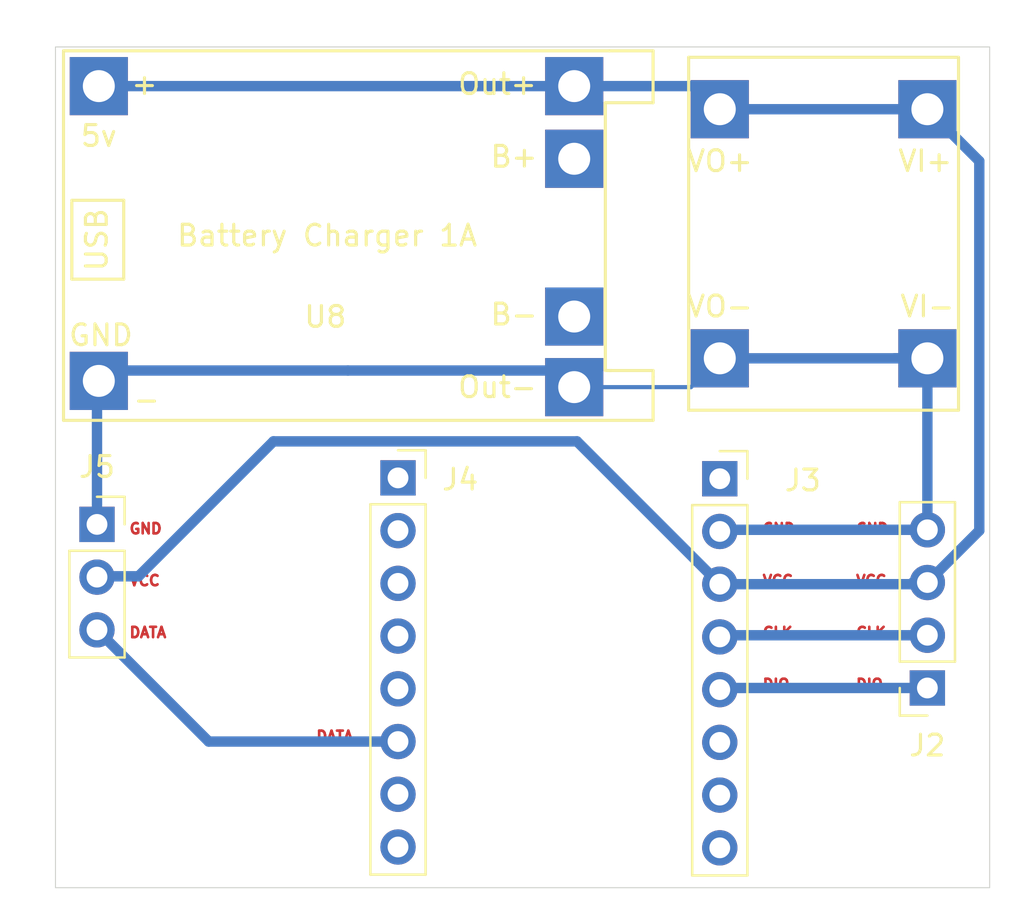
<source format=kicad_pcb>
(kicad_pcb (version 20241229) (generator "pcbnew") (generator_version "9.0")
  (layers (0 "F.Cu" signal) (2 "B.Cu" signal) (13 "F.Paste" user) (15 "B.Paste" user) (5 "F.SilkS" user "F.Silkscreen") (7 "B.SilkS" user "B.Silkscreen") (1 "F.Mask" user) (3 "B.Mask" user) (25 "Edge.Cuts" user))
  (net 0 "")
  (net 1 "+3.3V")
  (net 2 "GND")
  (net 3 "Net-(J4-Pin_6)")
  (net 4 "Net-(J2-Pin_2)")
  (net 5 "Net-(J2-Pin_1)")
  (net 6 "Net-(J4-Pin_3)")
  (net 7 "Net-(J4-Pin_2)")
  (net 8 "Net-(J4-Pin_5)")
  (net 9 "Net-(J4-Pin_8)")
  (net 10 "Net-(J4-Pin_7)")
  (net 11 "Net-(J4-Pin_1)")
  (net 12 "Net-(J3-Pin_1)")
  (net 13 "Net-(J3-Pin_6)")
  (net 14 "Net-(J4-Pin_4)")
  (net 15 "Net-(J3-Pin_7)")
  (net 16 "Net-(J3-Pin_8)")
  (net 17 "Net-(BT1-+)")
  (net 18 "Net-(BT1--)")
  (footprint "Connector_PinSocket_2.54mm:PinSocket_1x03_P2.54mm_Vertical" (layer "F.Cu") (at 167.5 68)
    (property "Reference" "J5" (at 0 -2.77 0) (layer "F.SilkS"))
    (property "Value" "Conn_01x03")
    (fp_line (start -1.33 1.27) (end -1.33 6.41) (stroke (width 0.12)) (layer "F.SilkS"))
    (fp_line (start -1.33 1.27) (end 1.33 1.27) (stroke (width 0.12)) (layer "F.SilkS"))
    (fp_line (start -1.33 6.41) (end 1.33 6.41) (stroke (width 0.12)) (layer "F.SilkS"))
    (fp_line (start 0 -1.33) (end 1.33 -1.33) (stroke (width 0.12)) (layer "F.SilkS"))
    (fp_line (start 1.33 -1.33) (end 1.33 0) (stroke (width 0.12)) (layer "F.SilkS"))
    (fp_line (start 1.33 1.27) (end 1.33 6.41) (stroke (width 0.12)) (layer "F.SilkS"))
    (pad "1" thru_hole rect (at 0 0) (size 1.7 1.7) (drill 1) (layers "*.Cu" "*.Mask") (net 2 "GND"))
    (pad "2" thru_hole circle (at 0 2.54) (size 1.7 1.7) (drill 1) (layers "*.Cu" "*.Mask") (net 1 "+3.3V"))
    (pad "3" thru_hole circle (at 0 5.08) (size 1.7 1.7) (drill 1) (layers "*.Cu" "*.Mask") (net 3 "Net-(J4-Pin_6)"))
  )
  (footprint "Voltage_Regulator_3.3V:Voltage_Regulator_3.3V" (layer "F.Cu") (at 209 62.5 180)
    (property "Reference" "U9" (hide yes))
    (property "Value" "~" (hide yes))
    (fp_line (start 13 17) (end 0 17) (stroke (width 0.15)) (layer "F.SilkS"))
    (fp_line (start 13 0) (end 13 17) (stroke (width 0.15)) (layer "F.SilkS"))
    (fp_line (start 0 17) (end 0 0) (stroke (width 0.15)) (layer "F.SilkS"))
    (fp_line (start 0 0) (end 13 0) (stroke (width 0.15)) (layer "F.SilkS"))
    (fp_text user "VI-" (at 1.5 5 0) (layer "F.SilkS"))
    (fp_text user "VO-" (at 11.5 5 0) (layer "F.SilkS"))
    (fp_text user "VI+" (at 1.6 12 0) (layer "F.SilkS"))
    (fp_text user "VO+" (at 11.5 12 0) (layer "F.SilkS"))
    (pad "1" thru_hole rect (at 1.5 2.5 180) (size 2.8 2.8) (drill 1.54) (layers "*.Cu" "*.Mask") (net 2 "GND"))
    (pad "2" thru_hole rect (at 1.5 14.5 180) (size 2.8 2.8) (drill 1.54) (layers "*.Cu" "*.Mask") (net 1 "+3.3V"))
    (pad "3" thru_hole rect (at 11.5 2.5 180) (size 2.8 2.8) (drill 1.54) (layers "*.Cu" "*.Mask") (net 2 "GND"))
    (pad "4" thru_hole rect (at 11.5 14.5 180) (size 2.8 2.8) (drill 1.54) (layers "*.Cu" "*.Mask") (net 1 "+3.3V"))
  )
  (footprint "TP4056-18650-master:TP4056-18650" (layer "F.Cu") (at 165.8875 45.1875)
    (property "Reference" "U8" (at 12.6125 12.8125 0) (layer "F.SilkS"))
    (property "Value" "~")
    (fp_line (start 0 0) (end 26.3 0) (stroke (width 0.15)) (layer "F.SilkS"))
    (fp_line (start 0 17.8) (end 0 0) (stroke (width 0.15)) (layer "F.SilkS"))
    (fp_line (start 0.4 7.2) (end 2.9 7.2) (stroke (width 0.15)) (layer "F.SilkS"))
    (fp_line (start 0.4 11) (end 0.4 7.3) (stroke (width 0.15)) (layer "F.SilkS"))
    (fp_line (start 2.9 7.2) (end 2.9 11) (stroke (width 0.15)) (layer "F.SilkS"))
    (fp_line (start 2.9 11) (end 0.4 11) (stroke (width 0.15)) (layer "F.SilkS"))
    (fp_line (start 26.1 2.5) (end 26.1 15.4) (stroke (width 0.15)) (layer "F.SilkS"))
    (fp_line (start 26.1 15.4) (end 26.4 15.4) (stroke (width 0.15)) (layer "F.SilkS"))
    (fp_line (start 26.3 0) (end 28.4 0) (stroke (width 0.15)) (layer "F.SilkS"))
    (fp_line (start 26.3 15.4) (end 28.4 15.4) (stroke (width 0.15)) (layer "F.SilkS"))
    (fp_line (start 28.4 0) (end 28.4 2.5) (stroke (width 0.15)) (layer "F.SilkS"))
    (fp_line (start 28.4 2.5) (end 26.1 2.5) (stroke (width 0.15)) (layer "F.SilkS"))
    (fp_line (start 28.4 15.4) (end 28.4 15.7) (stroke (width 0.15)) (layer "F.SilkS"))
    (fp_line (start 28.4 15.7) (end 28.4 17.8) (stroke (width 0.15)) (layer "F.SilkS"))
    (fp_line (start 28.4 17.8) (end 0 17.8) (stroke (width 0.15)) (layer "F.SilkS"))
    (fp_text user "Out-" (at 20.9 16.2 0) (layer "F.SilkS"))
    (fp_text user "5v" (at 1.7 4.1 0) (layer "F.SilkS"))
    (fp_text user "Out+" (at 20.9 1.6 0) (layer "F.SilkS"))
    (fp_text user "USB" (at 1.6 9.1 90) (layer "F.SilkS"))
    (fp_text user "+" (at 3.9 1.6 0) (layer "F.SilkS"))
    (fp_text user "Battery Charger 1A" (at 12.7 8.9 0) (layer "F.SilkS"))
    (fp_text user "GND" (at 1.8 13.7 0) (layer "F.SilkS"))
    (fp_text user "-" (at 4 16.8 0) (layer "F.SilkS"))
    (fp_text user "B+" (at 21.7 5.1 0) (layer "F.SilkS"))
    (fp_text user "B-" (at 21.7 12.7 0) (layer "F.SilkS"))
    (pad "1" thru_hole rect (at 1.7 1.7) (size 2.8 2.8) (drill 1.54) (layers "*.Cu" "*.Mask") (net 1 "+3.3V"))
    (pad "2" thru_hole rect (at 1.7 15.9) (size 2.8 2.8) (drill 1.54) (layers "*.Cu" "*.Mask") (net 2 "GND"))
    (pad "3" thru_hole rect (at 24.6 1.7) (size 2.8 2.8) (drill 1.54) (layers "*.Cu" "*.Mask") (net 1 "+3.3V"))
    (pad "4" thru_hole rect (at 24.6 16.2) (size 2.8 2.8) (drill 1.54) (layers "*.Cu" "*.Mask") (net 2 "GND"))
    (pad "5" thru_hole rect (at 24.6 5.2) (size 2.8 2.8) (drill 1.54) (layers "*.Cu" "*.Mask") (net 17 "Net-(BT1-+)"))
    (pad "6" thru_hole rect (at 24.6 12.8) (size 2.8 2.8) (drill 1.54) (layers "*.Cu" "*.Mask") (net 18 "Net-(BT1--)"))
  )
  (footprint "Connector_PinSocket_2.54mm:PinSocket_1x04_P2.54mm_Vertical" (layer "F.Cu") (at 207.5 75.88 180)
    (property "Reference" "J2" (at 0 -2.77 180) (layer "F.SilkS"))
    (property "Value" "Conn_01x04")
    (fp_line (start 1.33 1.27) (end 1.33 8.95) (stroke (width 0.12)) (layer "F.SilkS"))
    (fp_line (start 1.33 -1.33) (end 1.33 0) (stroke (width 0.12)) (layer "F.SilkS"))
    (fp_line (start 0 -1.33) (end 1.33 -1.33) (stroke (width 0.12)) (layer "F.SilkS"))
    (fp_line (start -1.33 8.95) (end 1.33 8.95) (stroke (width 0.12)) (layer "F.SilkS"))
    (fp_line (start -1.33 1.27) (end 1.33 1.27) (stroke (width 0.12)) (layer "F.SilkS"))
    (fp_line (start -1.33 1.27) (end -1.33 8.95) (stroke (width 0.12)) (layer "F.SilkS"))
    (pad "1" thru_hole rect (at 0 0 180) (size 1.7 1.7) (drill 1) (layers "*.Cu" "*.Mask") (net 5 "Net-(J2-Pin_1)"))
    (pad "2" thru_hole circle (at 0 2.54 180) (size 1.7 1.7) (drill 1) (layers "*.Cu" "*.Mask") (net 4 "Net-(J2-Pin_2)"))
    (pad "3" thru_hole circle (at 0 5.08 180) (size 1.7 1.7) (drill 1) (layers "*.Cu" "*.Mask") (net 1 "+3.3V"))
    (pad "4" thru_hole circle (at 0 7.62 180) (size 1.7 1.7) (drill 1) (layers "*.Cu" "*.Mask") (net 2 "GND"))
  )
  (footprint "Connector_PinSocket_2.54mm:PinSocket_1x08_P2.54mm_Vertical" (layer "F.Cu") (at 182 65.76)
    (property "Reference" "J4" (at 3 0.08 0) (layer "F.SilkS"))
    (property "Value" "Conn_01x08")
    (fp_line (start -1.33 1.27) (end -1.33 19.11) (stroke (width 0.12)) (layer "F.SilkS"))
    (fp_line (start -1.33 1.27) (end 1.33 1.27) (stroke (width 0.12)) (layer "F.SilkS"))
    (fp_line (start -1.33 19.11) (end 1.33 19.11) (stroke (width 0.12)) (layer "F.SilkS"))
    (fp_line (start 0 -1.33) (end 1.33 -1.33) (stroke (width 0.12)) (layer "F.SilkS"))
    (fp_line (start 1.33 -1.33) (end 1.33 0) (stroke (width 0.12)) (layer "F.SilkS"))
    (fp_line (start 1.33 1.27) (end 1.33 19.11) (stroke (width 0.12)) (layer "F.SilkS"))
    (pad "1" thru_hole rect (at 0 0) (size 1.7 1.7) (drill 1) (layers "*.Cu" "*.Mask") (net 11 "Net-(J4-Pin_1)"))
    (pad "2" thru_hole circle (at 0 2.54) (size 1.7 1.7) (drill 1) (layers "*.Cu" "*.Mask") (net 7 "Net-(J4-Pin_2)"))
    (pad "3" thru_hole circle (at 0 5.08) (size 1.7 1.7) (drill 1) (layers "*.Cu" "*.Mask") (net 6 "Net-(J4-Pin_3)"))
    (pad "4" thru_hole circle (at 0 7.62) (size 1.7 1.7) (drill 1) (layers "*.Cu" "*.Mask") (net 14 "Net-(J4-Pin_4)"))
    (pad "5" thru_hole circle (at 0 10.16) (size 1.7 1.7) (drill 1) (layers "*.Cu" "*.Mask") (net 8 "Net-(J4-Pin_5)"))
    (pad "6" thru_hole circle (at 0 12.7) (size 1.7 1.7) (drill 1) (layers "*.Cu" "*.Mask") (net 3 "Net-(J4-Pin_6)"))
    (pad "7" thru_hole circle (at 0 15.24) (size 1.7 1.7) (drill 1) (layers "*.Cu" "*.Mask") (net 10 "Net-(J4-Pin_7)"))
    (pad "8" thru_hole circle (at 0 17.78) (size 1.7 1.7) (drill 1) (layers "*.Cu" "*.Mask") (net 9 "Net-(J4-Pin_8)"))
  )
  (footprint "Connector_PinSocket_2.54mm:PinSocket_1x08_P2.54mm_Vertical" (layer "F.Cu") (at 197.5 65.8)
    (property "Reference" "J3" (at 4 0.08 0) (layer "F.SilkS"))
    (property "Value" "Conn_01x08")
    (fp_line (start -1.33 1.27) (end -1.33 19.11) (stroke (width 0.12)) (layer "F.SilkS"))
    (fp_line (start -1.33 1.27) (end 1.33 1.27) (stroke (width 0.12)) (layer "F.SilkS"))
    (fp_line (start -1.33 19.11) (end 1.33 19.11) (stroke (width 0.12)) (layer "F.SilkS"))
    (fp_line (start 0 -1.33) (end 1.33 -1.33) (stroke (width 0.12)) (layer "F.SilkS"))
    (fp_line (start 1.33 -1.33) (end 1.33 0) (stroke (width 0.12)) (layer "F.SilkS"))
    (fp_line (start 1.33 1.27) (end 1.33 19.11) (stroke (width 0.12)) (layer "F.SilkS"))
    (pad "1" thru_hole rect (at 0 0) (size 1.7 1.7) (drill 1) (layers "*.Cu" "*.Mask") (net 12 "Net-(J3-Pin_1)"))
    (pad "2" thru_hole circle (at 0 2.54) (size 1.7 1.7) (drill 1) (layers "*.Cu" "*.Mask") (net 2 "GND"))
    (pad "3" thru_hole circle (at 0 5.08) (size 1.7 1.7) (drill 1) (layers "*.Cu" "*.Mask") (net 1 "+3.3V"))
    (pad "4" thru_hole circle (at 0 7.62) (size 1.7 1.7) (drill 1) (layers "*.Cu" "*.Mask") (net 4 "Net-(J2-Pin_2)"))
    (pad "5" thru_hole circle (at 0 10.16) (size 1.7 1.7) (drill 1) (layers "*.Cu" "*.Mask") (net 5 "Net-(J2-Pin_1)"))
    (pad "6" thru_hole circle (at 0 12.7) (size 1.7 1.7) (drill 1) (layers "*.Cu" "*.Mask") (net 13 "Net-(J3-Pin_6)"))
    (pad "7" thru_hole circle (at 0 15.24) (size 1.7 1.7) (drill 1) (layers "*.Cu" "*.Mask") (net 15 "Net-(J3-Pin_7)"))
    (pad "8" thru_hole circle (at 0 17.78) (size 1.7 1.7) (drill 1) (layers "*.Cu" "*.Mask") (net 16 "Net-(J3-Pin_8)"))
  )
  (gr_rect (start 165.5 45) (end 210.5 85.5) (stroke (width 0.05)) (fill no) (layer "Edge.Cuts"))
  (gr_text "VCC" (at 204 71 0) (layer "F.Cu") (effects (font (size 0.5 0.5) (thickness 0.125) (bold yes)) (justify left bottom)))
  (gr_text "CLK" (at 204 73.5 0) (layer "F.Cu") (effects (font (size 0.5 0.5) (thickness 0.125) (bold yes)) (justify left bottom)))
  (gr_text "GND" (at 199.5 68.5 0) (layer "F.Cu") (effects (font (size 0.5 0.5) (thickness 0.125) (bold yes)) (justify left bottom)))
  (gr_text "VCC" (at 169 71 0) (layer "F.Cu") (effects (font (size 0.5 0.5) (thickness 0.125) (bold yes)) (justify left bottom)))
  (gr_text "VCC" (at 199.5 71 0) (layer "F.Cu") (effects (font (size 0.5 0.5) (thickness 0.125) (bold yes)) (justify left bottom)))
  (gr_text "GND" (at 169 68.5 0) (layer "F.Cu") (effects (font (size 0.5 0.5) (thickness 0.125) (bold yes)) (justify left bottom)))
  (gr_text "CLK" (at 199.5 73.5 0) (layer "F.Cu") (effects (font (size 0.5 0.5) (thickness 0.125) (bold yes)) (justify left bottom)))
  (gr_text "DATA" (at 169 73.5 0) (layer "F.Cu") (effects (font (size 0.5 0.5) (thickness 0.125) (bold yes)) (justify left bottom)))
  (gr_text "GND" (at 204 68.5 0) (layer "F.Cu") (effects (font (size 0.5 0.5) (thickness 0.125) (bold yes)) (justify left bottom)))
  (gr_text "DIO" (at 204 76 0) (layer "F.Cu") (effects (font (size 0.5 0.5) (thickness 0.125) (bold yes)) (justify left bottom)))
  (gr_text "DIO" (at 199.5 76 0) (layer "F.Cu") (effects (font (size 0.5 0.5) (thickness 0.125) (bold yes)) (justify left bottom)))
  (gr_text "DATA" (at 178 78.5 0) (layer "F.Cu") (effects (font (size 0.5 0.5) (thickness 0.125) (bold yes)) (justify left bottom)))
  (segment (start 207.5 48) (end 210 50.5) (width 0.5) (layer "B.Cu") (net 1))
  (segment (start 196.3875 46.8875) (end 197.5 48) (width 0.2) (layer "B.Cu") (net 1))
  (segment (start 210 68.3) (end 207.5 70.8) (width 0.5) (layer "B.Cu") (net 1))
  (segment (start 169.5 70.5) (end 176 64) (width 0.5) (layer "B.Cu") (net 1))
  (segment (start 207.5 70.8) (end 206.8 70.8) (width 0.5) (layer "B.Cu") (net 1))
  (segment (start 167.5875 46.8875) (end 190.4875 46.8875) (width 0.5) (layer "B.Cu") (net 1))
  (segment (start 190.62 64) (end 197.5 70.88) (width 0.5) (layer "B.Cu") (net 1))
  (segment (start 197.5 48) (end 207.5 48) (width 0.5) (layer "B.Cu") (net 1))
  (segment (start 167.5 70.54) (end 167.54 70.5) (width 0.5) (layer "B.Cu") (net 1))
  (segment (start 210 50.5) (end 210 68.3) (width 0.5) (layer "B.Cu") (net 1))
  (segment (start 206.72 70.88) (end 197.5 70.88) (width 0.5) (layer "B.Cu") (net 1))
  (segment (start 206.8 70.8) (end 206.72 70.88) (width 0.5) (layer "B.Cu") (net 1))
  (segment (start 176 64) (end 190.62 64) (width 0.5) (layer "B.Cu") (net 1))
  (segment (start 190.4875 46.8875) (end 196.3875 46.8875) (width 0.5) (layer "B.Cu") (net 1))
  (segment (start 167.54 70.5) (end 169.5 70.5) (width 0.5) (layer "B.Cu") (net 1))
  (segment (start 189.6875 60.5875) (end 189.9875 60.8875) (width 0.2) (layer "B.Cu") (net 2))
  (segment (start 197.5 60) (end 207.5 60) (width 0.5) (layer "B.Cu") (net 2))
  (segment (start 207.5 60) (end 207.5 68.26) (width 0.5) (layer "B.Cu") (net 2))
  (segment (start 196.1125 61.3875) (end 197.5 60) (width 0.2) (layer "B.Cu") (net 2))
  (segment (start 167.5 61.175) (end 167.5875 61.0875) (width 0.2) (layer "B.Cu") (net 2))
  (segment (start 167.5 68) (end 167.5 61.175) (width 0.5) (layer "B.Cu") (net 2))
  (segment (start 179.5875 60.5875) (end 189.6875 60.5875) (width 0.5) (layer "B.Cu") (net 2))
  (segment (start 197.58 68.26) (end 197.5 68.34) (width 0.5) (layer "B.Cu") (net 2))
  (segment (start 207.5 68.26) (end 197.58 68.26) (width 0.5) (layer "B.Cu") (net 2))
  (segment (start 207.5 60) (end 205.92 60) (width 0.5) (layer "B.Cu") (net 2))
  (segment (start 190.4875 61.3875) (end 196.1125 61.3875) (width 0.2) (layer "B.Cu") (net 2))
  (segment (start 167.0875 60.5875) (end 179.5875 60.5875) (width 0.5) (layer "B.Cu") (net 2))
  (segment (start 167.5 73.08) (end 172.88 78.46) (width 0.5) (layer "B.Cu") (net 3))
  (segment (start 172.88 78.46) (end 182 78.46) (width 0.5) (layer "B.Cu") (net 3))
  (segment (start 197.58 73.34) (end 197.5 73.42) (width 0.2) (layer "B.Cu") (net 4))
  (segment (start 207.5 73.34) (end 197.58 73.34) (width 0.5) (layer "B.Cu") (net 4))
  (segment (start 197.58 75.88) (end 197.5 75.96) (width 0.2) (layer "B.Cu") (net 5))
  (segment (start 207.5 75.88) (end 197.58 75.88) (width 0.5) (layer "B.Cu") (net 5))
)
</source>
